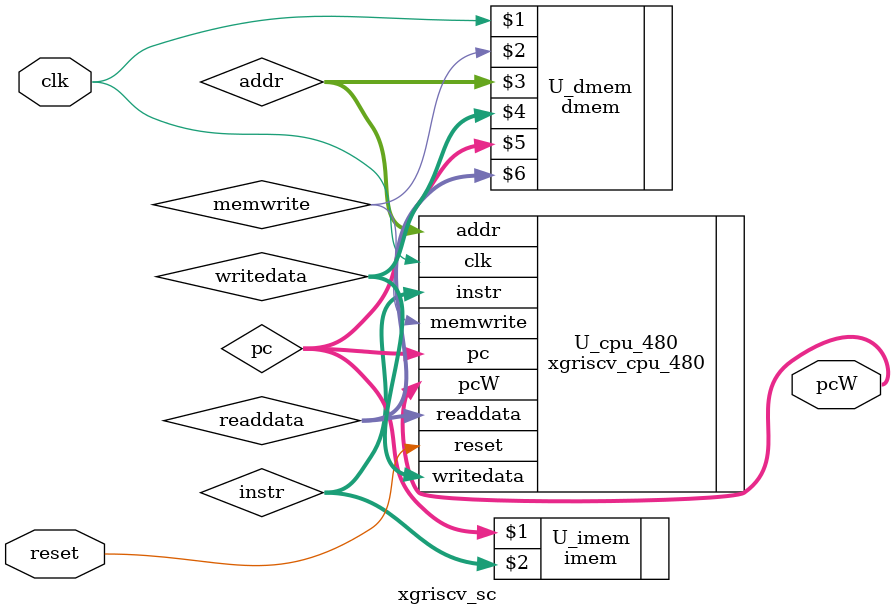
<source format=v>

`include "xgriscv_defines.v"
module xgriscv_sc(clk, reset, pcW);
  input             clk, reset;
  output [31:0]     pcW;
   
  wire [31:0] instr;
  wire [31:0] pc;
  wire        memwrite;
  wire [31:0] addr,writedata,readdata;

  xgriscv_cpu_480 U_cpu_480 (
    .clk(clk),
    .reset(reset),
    .instr(instr),
    .readdata(readdata),
    .memwrite(memwrite),
    .pc(pc),
    .addr(addr),
    .writedata(writedata),
    .pcW(pcW)
  );

  imem U_imem(pc, instr);
  
  dmem U_dmem(clk, memwrite, addr, writedata, pc, readdata);

endmodule

</source>
